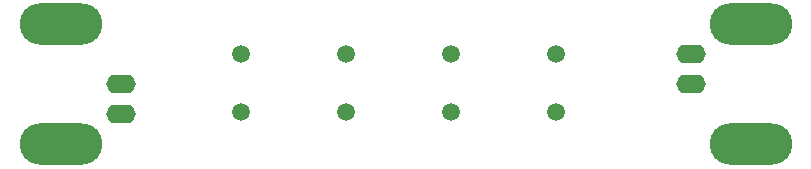
<source format=gbr>
%TF.GenerationSoftware,KiCad,Pcbnew,8.0.1*%
%TF.CreationDate,2024-04-20T09:08:37+02:00*%
%TF.ProjectId,Quarzfilter,51756172-7a66-4696-9c74-65722e6b6963,rev?*%
%TF.SameCoordinates,Original*%
%TF.FileFunction,Soldermask,Bot*%
%TF.FilePolarity,Negative*%
%FSLAX46Y46*%
G04 Gerber Fmt 4.6, Leading zero omitted, Abs format (unit mm)*
G04 Created by KiCad (PCBNEW 8.0.1) date 2024-04-20 09:08:37*
%MOMM*%
%LPD*%
G01*
G04 APERTURE LIST*
%ADD10C,1.500000*%
%ADD11O,2.500000X1.600000*%
%ADD12O,7.000000X3.500000*%
G04 APERTURE END LIST*
D10*
%TO.C,Y4*%
X151130000Y-86360000D03*
X151130000Y-91240000D03*
%TD*%
%TO.C,Y3*%
X142240000Y-91240000D03*
X142240000Y-86360000D03*
%TD*%
%TO.C,Y2*%
X133350000Y-86360000D03*
X133350000Y-91240000D03*
%TD*%
%TO.C,Y1*%
X124460000Y-91240000D03*
X124460000Y-86360000D03*
%TD*%
D11*
%TO.C,J2*%
X162560000Y-88900000D03*
D12*
X167640000Y-83820000D03*
D11*
X162560000Y-86360000D03*
D12*
X167640000Y-93980000D03*
%TD*%
D11*
%TO.C,J1*%
X114300000Y-88900000D03*
D12*
X109220000Y-93980000D03*
D11*
X114300000Y-91440000D03*
D12*
X109220000Y-83820000D03*
%TD*%
M02*

</source>
